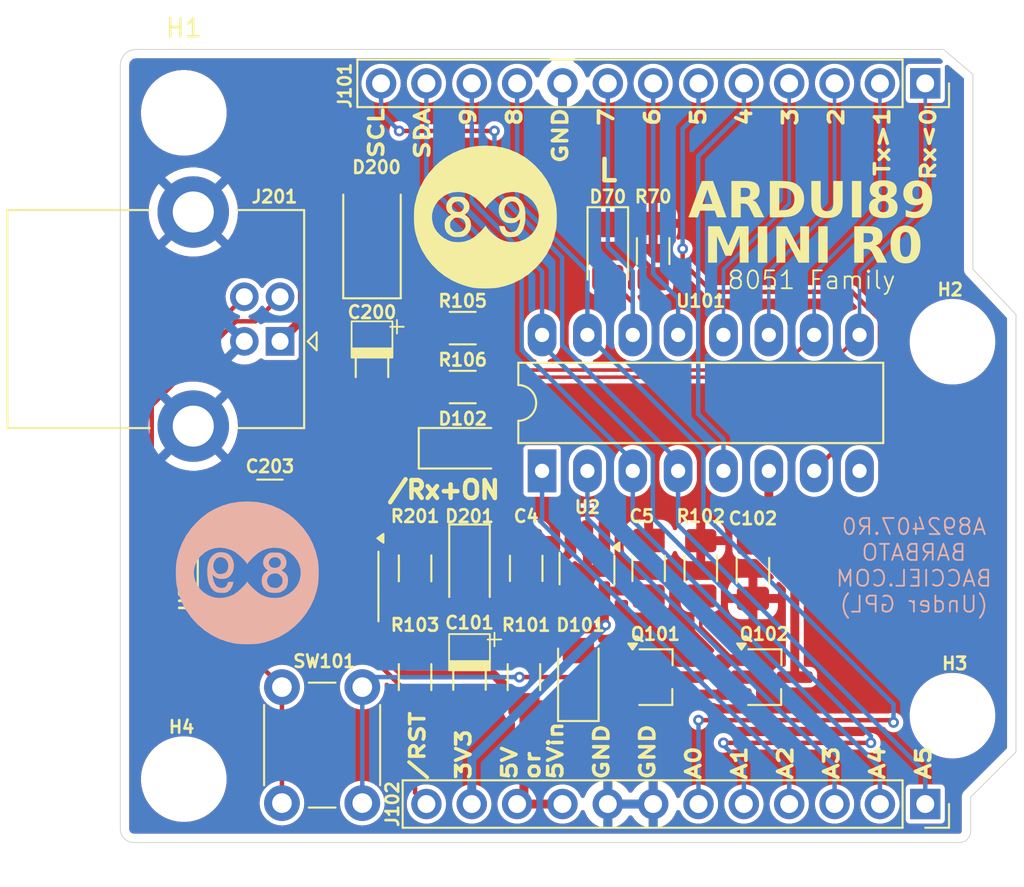
<source format=kicad_pcb>
(kicad_pcb (version 20240108) (generator "pcbnew") (generator_version "8.0")
  (title_block (title "Ardui89 MINI") (date "2024-07-30") (rev "0") (company "C. BARBATO") (comment 1 "A892407"))
  (layers (0 "F.Cu" signal) (31 "B.Cu" signal) (34 "B.Paste" user) (35 "F.Paste" user) (36 "B.SilkS" user "B.Silkscreen") (37 "F.SilkS" user "F.Silkscreen") (38 "B.Mask" user) (39 "F.Mask" user) (44 "Edge.Cuts" user))
  (net 0 "")
  (net 1 "VCC")
  (net 2 "GND")
  (net 4 "Net-(U201-V3)")
  (net 6 "/D7")
  (net 7 "/D1")
  (net 8 "/D0")
  (net 9 "/D5")
  (net 10 "/D6")
  (net 11 "/D2")
  (net 12 "/D3")
  (net 13 "/A2")
  (net 14 "/A3")
  (net 15 "/D+")
  (net 16 "/D-")
  (net 17 "/Tx")
  (net 18 "/Rx")
  (net 25 "/A0_D8")
  (net 26 "/3.3V")
  (net 28 "/A1_D9")
  (net 29 "/D4")
  (net 30 "/A4_SDA")
  (net 31 "/A5_SCL")
  (net 32 "Net-(D200-A)")
  (net 33 "Net-(D201-A)")
  (net 34 "Net-(D70-K)")
  (net 35 "/{slash}RST")
  (net 36 "Net-(D101-A)")
  (net 37 "Net-(D102-K)")
  (net 38 "/RTS")
  (net 39 "Net-(Q102-C)")
  (net 40 "Net-(Q101-C)")
  (footprint "Resistor_SMD:R_1206_3216Metric_Pad1.30x1.75mm_HandSolder" (layer "F.Cu") (at 155.966 106.553 90)
    (property "Reference" "R102" (at 2.921 0 180) (layer "F.SilkS") (effects (font (size 0.7 0.7))))
    (property "Value" "4k7")
    (pad "1" smd roundrect (at -1.55 0 90) (size 1.3 1.75) (layers "F.Cu" "F.Paste" "F.Mask") (roundrect_rratio 0.192308) (net 40 "Net-(Q101-C)"))
    (pad "2" smd roundrect (at 1.55 0 90) (size 1.3 1.75) (layers "F.Cu" "F.Paste" "F.Mask") (roundrect_rratio 0.192308) (net 2 "GND"))
  )
  (footprint "Package_TO_SOT_SMD:TSOT-23-5_HandSoldering" (layer "F.Cu") (at 149.616 106.5695 -90)
    (property "Reference" "U2" (at -3.4455 0 180) (layer "F.SilkS") (effects (font (size 0.7 0.7))))
    (property "Value" "LP2985-33DBVR")
    (pad "1" smd roundrect (at -1.71 -0.95 270) (size 2 0.65) (layers "F.Cu" "F.Paste" "F.Mask") (net 1 "VCC"))
    (pad "2" smd roundrect (at -1.71 0 270) (size 2 0.65) (layers "F.Cu" "F.Paste" "F.Mask") (net 2 "GND"))
    (pad "3" smd roundrect (at -1.71 0.95 270) (size 2 0.65) (layers "F.Cu" "F.Paste" "F.Mask") (net 1 "VCC"))
    (pad "4" smd roundrect (at 1.71 0.95 270) (size 2 0.65) (layers "F.Cu" "F.Paste" "F.Mask"))
    (pad "5" smd roundrect (at 1.71 -0.95 270) (size 2 0.65) (layers "F.Cu" "F.Paste" "F.Mask") (net 26 "/3.3V"))
  )
  (footprint "Resistor_SMD:R_1206_3216Metric_Pad1.30x1.75mm_HandSolder" (layer "F.Cu") (at 142.631 96.393 180)
    (property "Reference" "R106" (at 0 1.524 180) (layer "F.SilkS") (effects (font (size 0.7 0.7))))
    (property "Value" "330")
    (pad "1" smd roundrect (at -1.55 0 180) (size 1.3 1.75) (layers "F.Cu" "F.Paste" "F.Mask") (roundrect_rratio 0.192308) (net 37 "Net-(D102-K)"))
    (pad "2" smd roundrect (at 1.55 0 180) (size 1.3 1.75) (layers "F.Cu" "F.Paste" "F.Mask") (roundrect_rratio 0.192308) (net 18 "/Rx"))
  )
  (footprint "Connector_PinSocket_2.54mm:PinSocket_1x13_P2.54mm_Vertical" (layer "F.Cu") (at 168.539 79.375 -90)
    (property "Reference" "J101" (at 0.127 32.512 -90) (layer "F.SilkS") (effects (font (size 0.7 0.7))))
    (property "Value" "Conn_01x13")
    (pad "1" thru_hole rect (at 0 0 270) (size 1.7 1.7) (drill 1) (layers "*.Cu" "*.Mask") (net 8 "/D0"))
    (pad "2" thru_hole oval (at 0 2.54 270) (size 1.7 1.7) (drill 1) (layers "*.Cu" "*.Mask") (net 7 "/D1"))
    (pad "3" thru_hole oval (at 0 5.08 270) (size 1.7 1.7) (drill 1) (layers "*.Cu" "*.Mask") (net 11 "/D2"))
    (pad "4" thru_hole oval (at 0 7.62 270) (size 1.7 1.7) (drill 1) (layers "*.Cu" "*.Mask") (net 12 "/D3"))
    (pad "5" thru_hole oval (at 0 10.16 270) (size 1.7 1.7) (drill 1) (layers "*.Cu" "*.Mask") (net 29 "/D4"))
    (pad "6" thru_hole oval (at 0 12.7 270) (size 1.7 1.7) (drill 1) (layers "*.Cu" "*.Mask") (net 9 "/D5"))
    (pad "7" thru_hole oval (at 0 15.24 270) (size 1.7 1.7) (drill 1) (layers "*.Cu" "*.Mask") (net 10 "/D6"))
    (pad "8" thru_hole oval (at 0 17.78 270) (size 1.7 1.7) (drill 1) (layers "*.Cu" "*.Mask") (net 6 "/D7"))
    (pad "9" thru_hole oval (at 0 20.32 270) (size 1.7 1.7) (drill 1) (layers "*.Cu" "*.Mask") (net 2 "GND"))
    (pad "10" thru_hole oval (at 0 22.86 270) (size 1.7 1.7) (drill 1) (layers "*.Cu" "*.Mask") (net 25 "/A0_D8"))
    (pad "11" thru_hole oval (at 0 25.4 270) (size 1.7 1.7) (drill 1) (layers "*.Cu" "*.Mask") (net 28 "/A1_D9"))
    (pad "12" thru_hole oval (at 0 27.94 270) (size 1.7 1.7) (drill 1) (layers "*.Cu" "*.Mask") (net 30 "/A4_SDA"))
    (pad "13" thru_hole oval (at 0 30.48 270) (size 1.7 1.7) (drill 1) (layers "*.Cu" "*.Mask") (net 31 "/A5_SCL"))
  )
  (footprint "MountingHole:MountingHole_4.3mm_M4_DIN965" (layer "F.Cu") (at 170.063 93.853)
    (property "Reference" "H2" (at -0.127 -2.921 0) (layer "F.SilkS") (effects (font (size 0.7 0.7))))
    (property "Value" "MountingHole")
    (pad "" np_thru_hole circle (at 0 0) (size 4.3 4.3) (drill 4.3) (layers "*.Cu" "*.Mask"))
  )
  (footprint "MountingHole:MountingHole_4.3mm_M4_DIN965" (layer "F.Cu") (at 127.01 81.026)
    (property "Reference" "H1" (at 0 -4.75 0) (layer "F.SilkS"))
    (property "Value" "MountingHole")
    (pad "" np_thru_hole circle (at 0 0) (size 4.3 4.3) (drill 4.3) (layers "*.Cu" "*.Mask"))
  )
  (footprint "MountingHole:MountingHole_4.3mm_M4_DIN965" (layer "F.Cu") (at 170.063 114.808)
    (property "Reference" "H3" (at 0.127 -2.921 0) (layer "F.SilkS") (effects (font (size 0.7 0.7))))
    (property "Value" "MountingHole")
    (pad "" np_thru_hole circle (at 0 0) (size 4.3 4.3) (drill 4.3) (layers "*.Cu" "*.Mask"))
  )
  (footprint "Package_SO:SOIC-16_3.9x9.9mm_P1.27mm" (layer "F.Cu") (at 132.852 107.569 -90)
    (property "Reference" "U201" (at 0 5.715 90) (layer "F.SilkS") (effects (font (size 0.7 0.7))))
    (property "Value" "CH340C")
    (pad "1" smd roundrect (at -2.475 -4.445 270) (size 1.95 0.6) (layers "F.Cu" "F.Paste" "F.Mask") (net 2 "GND"))
    (pad "2" smd roundrect (at -2.475 -3.175 270) (size 1.95 0.6) (layers "F.Cu" "F.Paste" "F.Mask") (net 18 "/Rx"))
    (pad "3" smd roundrect (at -2.475 -1.905 270) (size 1.95 0.6) (layers "F.Cu" "F.Paste" "F.Mask") (net 17 "/Tx"))
    (pad "4" smd roundrect (at -2.475 -0.635 270) (size 1.95 0.6) (layers "F.Cu" "F.Paste" "F.Mask") (net 4 "Net-(U201-V3)"))
    (pad "5" smd roundrect (at -2.475 0.635 270) (size 1.95 0.6) (layers "F.Cu" "F.Paste" "F.Mask") (net 15 "/D+"))
    (pad "6" smd roundrect (at -2.475 1.905 270) (size 1.95 0.6) (layers "F.Cu" "F.Paste" "F.Mask") (net 16 "/D-"))
    (pad "7" smd roundrect (at -2.475 3.175 270) (size 1.95 0.6) (layers "F.Cu" "F.Paste" "F.Mask"))
    (pad "8" smd roundrect (at -2.475 4.445 270) (size 1.95 0.6) (layers "F.Cu" "F.Paste" "F.Mask"))
    (pad "9" smd roundrect (at 2.475 4.445 270) (size 1.95 0.6) (layers "F.Cu" "F.Paste" "F.Mask"))
    (pad "10" smd roundrect (at 2.475 3.175 270) (size 1.95 0.6) (layers "F.Cu" "F.Paste" "F.Mask"))
    (pad "11" smd roundrect (at 2.475 1.905 270) (size 1.95 0.6) (layers "F.Cu" "F.Paste" "F.Mask"))
    (pad "12" smd roundrect (at 2.475 0.635 270) (size 1.95 0.6) (layers "F.Cu" "F.Paste" "F.Mask"))
    (pad "13" smd roundrect (at 2.475 -0.635 270) (size 1.95 0.6) (layers "F.Cu" "F.Paste" "F.Mask") (net 38 "/RTS"))
    (pad "14" smd roundrect (at 2.475 -1.905 270) (size 1.95 0.6) (layers "F.Cu" "F.Paste" "F.Mask"))
    (pad "15" smd roundrect (at 2.475 -3.175 270) (size 1.95 0.6) (layers "F.Cu" "F.Paste" "F.Mask"))
    (pad "16" smd roundrect (at 2.475 -4.445 270) (size 1.95 0.6) (layers "F.Cu" "F.Paste" "F.Mask") (net 1 "VCC"))
  )
  (footprint "Package_TO_SOT_SMD:TSOT-23_HandSoldering" (layer "F.Cu") (at 159.522 112.649)
    (property "Reference" "Q102" (at 0 -2.413 0) (layer "F.SilkS") (effects (font (size 0.7 0.7))))
    (property "Value" "MMBT2907")
    (pad "1" smd roundrect (at -1.71 -0.95) (size 2 0.65) (layers "F.Cu" "F.Paste" "F.Mask") (net 40 "Net-(Q101-C)"))
    (pad "2" smd roundrect (at -1.71 0.95) (size 2 0.65) (layers "F.Cu" "F.Paste" "F.Mask") (net 1 "VCC"))
    (pad "3" smd roundrect (at 1.71 0) (size 2 0.65) (layers "F.Cu" "F.Paste" "F.Mask") (net 39 "Net-(Q102-C)"))
  )
  (footprint "Capacitor_SMD:C_1206_3216Metric_Pad1.33x1.80mm_HandSolder" (layer "F.Cu") (at 153.045 106.553 90)
    (property "Reference" "C5" (at 2.921 -0.381 180) (layer "F.SilkS") (effects (font (size 0.7 0.7))))
    (property "Value" "100n")
    (pad "1" smd roundrect (at -1.5625 0 90) (size 1.325 1.8) (layers "F.Cu" "F.Paste" "F.Mask") (roundrect_rratio 0.188679) (net 26 "/3.3V"))
    (pad "2" smd roundrect (at 1.5625 0 90) (size 1.325 1.8) (layers "F.Cu" "F.Paste" "F.Mask") (roundrect_rratio 0.188679) (net 2 "GND"))
  )
  (footprint "Resistor_SMD:R_1206_3216Metric_Pad1.30x1.75mm_HandSolder" (layer "F.Cu") (at 139.964 112.649 -90)
    (property "Reference" "R103" (at -2.921 0 0) (layer "F.SilkS") (effects (font (size 0.7 0.7))))
    (property "Value" "1k")
    (pad "1" smd roundrect (at -1.55 0 270) (size 1.3 1.75) (layers "F.Cu" "F.Paste" "F.Mask") (roundrect_rratio 0.192308) (net 36 "Net-(D101-A)"))
    (pad "2" smd roundrect (at 1.55 0 270) (size 1.3 1.75) (layers "F.Cu" "F.Paste" "F.Mask") (roundrect_rratio 0.192308) (net 35 "/{slash}RST"))
  )
  (footprint "Diode_SMD:D_MELF" (layer "F.Cu") (at 137.551 88.011 90)
    (property "Reference" "D200" (at 3.937 0.254 0) (layer "F.SilkS") (effects (font (size 0.7 0.7))))
    (property "Value" "SM34")
    (pad "1" smd roundrect (at -2.4 0 90) (size 1.5 2.7) (layers "F.Cu" "F.Paste" "F.Mask") (roundrect_rratio 0.1666666667) (net 1 "VCC"))
    (pad "2" smd roundrect (at 2.4 0 90) (size 1.5 2.7) (layers "F.Cu" "F.Paste" "F.Mask") (roundrect_rratio 0.1666666667) (net 32 "Net-(D200-A)"))
  )
  (footprint "Connector_PinSocket_2.54mm:PinSocket_1x12_P2.54mm_Vertical" (layer "F.Cu") (at 168.539 119.761 -90)
    (property "Reference" "J102" (at 0 29.845 -90) (layer "F.SilkS") (effects (font (size 0.7 0.7))))
    (property "Value" "Conn_01x12")
    (pad "1" thru_hole rect (at 0 0 270) (size 1.7 1.7) (drill 1) (layers "*.Cu" "*.Mask") (net 31 "/A5_SCL"))
    (pad "2" thru_hole oval (at 0 2.54 270) (size 1.7 1.7) (drill 1) (layers "*.Cu" "*.Mask") (net 30 "/A4_SDA"))
    (pad "3" thru_hole oval (at 0 5.08 270) (size 1.7 1.7) (drill 1) (layers "*.Cu" "*.Mask") (net 14 "/A3"))
    (pad "4" thru_hole oval (at 0 7.62 270) (size 1.7 1.7) (drill 1) (layers "*.Cu" "*.Mask") (net 13 "/A2"))
    (pad "5" thru_hole oval (at 0 10.16 270) (size 1.7 1.7) (drill 1) (layers "*.Cu" "*.Mask") (net 28 "/A1_D9"))
    (pad "6" thru_hole oval (at 0 12.7 270) (size 1.7 1.7) (drill 1) (layers "*.Cu" "*.Mask") (net 25 "/A0_D8"))
    (pad "7" thru_hole oval (at 0 15.24 270) (size 1.7 1.7) (drill 1) (layers "*.Cu" "*.Mask") (net 2 "GND"))
    (pad "8" thru_hole oval (at 0 17.78 270) (size 1.7 1.7) (drill 1) (layers "*.Cu" "*.Mask") (net 2 "GND"))
    (pad "9" thru_hole oval (at 0 20.32 270) (size 1.7 1.7) (drill 1) (layers "*.Cu" "*.Mask") (net 1 "VCC"))
    (pad "10" thru_hole oval (at 0 22.86 270) (size 1.7 1.7) (drill 1) (layers "*.Cu" "*.Mask") (net 1 "VCC"))
    (pad "11" thru_hole oval (at 0 25.4 270) (size 1.7 1.7) (drill 1) (layers "*.Cu" "*.Mask") (net 26 "/3.3V"))
    (pad "12" thru_hole oval (at 0 27.94 270) (size 1.7 1.7) (drill 1) (layers "*.Cu" "*.Mask") (net 35 "/{slash}RST"))
  )
  (footprint "Diode_SMD:D_1206_3216Metric_Pad1.42x1.75mm_HandSolder" (layer "F.Cu") (at 142.631 99.822)
    (property "Reference" "D102" (at 0 -1.651 0) (layer "F.SilkS") (effects (font (size 0.7 0.7))))
    (property "Value" "1N5819W")
    (pad "1" smd roundrect (at -1.4875 0) (size 1.425 1.75) (layers "F.Cu" "F.Paste" "F.Mask") (roundrect_rratio 0.175439) (net 37 "Net-(D102-K)"))
    (pad "2" smd roundrect (at 1.4875 0) (size 1.425 1.75) (layers "F.Cu" "F.Paste" "F.Mask") (roundrect_rratio 0.175439) (net 8 "/D0"))
  )
  (footprint "Diode_SMD:D_1206_3216Metric_Pad1.42x1.75mm_HandSolder" (layer "F.Cu") (at 143.012 106.553 -90)
    (property "Reference" "D201" (at -2.921 0 180) (layer "F.SilkS") (effects (font (size 0.7 0.7))))
    (property "Value" "/Rx LED + OK")
    (pad "1" smd roundrect (at -1.4875 0 270) (size 1.425 1.75) (layers "F.Cu" "F.Paste" "F.Mask") (roundrect_rratio 0.175439) (net 2 "GND"))
    (pad "2" smd roundrect (at 1.4875 0 270) (size 1.425 1.75) (layers "F.Cu" "F.Paste" "F.Mask") (roundrect_rratio 0.175439) (net 33 "Net-(D201-A)"))
  )
  (footprint "Resistor_SMD:R_1206_3216Metric_Pad1.30x1.75mm_HandSolder" (layer "F.Cu") (at 142.631 93.091 180)
    (property "Reference" "R105" (at 0 1.524 180) (layer "F.SilkS") (effects (font (size 0.7 0.7))))
    (property "Value" "330")
    (pad "1" smd roundrect (at -1.55 0 180) (size 1.3 1.75) (layers "F.Cu" "F.Paste" "F.Mask") (roundrect_rratio 0.192308) (net 7 "/D1"))
    (pad "2" smd roundrect (at 1.55 0 180) (size 1.3 1.75) (layers "F.Cu" "F.Paste" "F.Mask") (roundrect_rratio 0.192308) (net 17 "/Tx"))
  )
  (footprint "Diode_SMD:D_1206_3216Metric_Pad1.42x1.75mm_HandSolder" (layer "F.Cu") (at 150.759 88.773 -90)
    (property "Reference" "D70" (at -3.048 0 180) (layer "F.SilkS") (effects (font (size 0.7 0.7))))
    (property "Value" "LED BUILTIN")
    (pad "1" smd roundrect (at -1.4875 0 270) (size 1.425 1.75) (layers "F.Cu" "F.Paste" "F.Mask") (roundrect_rratio 0.175439) (net 34 "Net-(D70-K)"))
    (pad "2" smd roundrect (at 1.4875 0 270) (size 1.425 1.75) (layers "F.Cu" "F.Paste" "F.Mask") (roundrect_rratio 0.175439) (net 6 "/D7"))
  )
  (footprint "Capacitor_SMD:C_1206_3216Metric_Pad1.33x1.80mm_HandSolder" (layer "F.Cu") (at 158.887 106.68 -90)
    (property "Reference" "C102" (at -2.921 0 0) (layer "F.SilkS") (effects (font (size 0.7 0.7))))
    (property "Value" "100n")
    (pad "1" smd roundrect (at -1.5625 0 270) (size 1.325 1.8) (layers "F.Cu" "F.Paste" "F.Mask") (roundrect_rratio 0.188679) (net 39 "Net-(Q102-C)"))
    (pad "2" smd roundrect (at 1.5625 0 270) (size 1.325 1.8) (layers "F.Cu" "F.Paste" "F.Mask") (roundrect_rratio 0.188679) (net 2 "GND"))
  )
  (footprint "Capacitor_SMD:C_1206_3216Metric_Pad1.33x1.80mm_HandSolder" (layer "F.Cu") (at 131.836 102.489 180)
    (property "Reference" "C203" (at 0 1.651 180) (layer "F.SilkS") (effects (font (size 0.7 0.7))))
    (property "Value" "100n")
    (pad "1" smd roundrect (at -1.5625 0 180) (size 1.325 1.8) (layers "F.Cu" "F.Paste" "F.Mask") (roundrect_rratio 0.188679) (net 4 "Net-(U201-V3)"))
    (pad "2" smd roundrect (at 1.5625 0 180) (size 1.325 1.8) (layers "F.Cu" "F.Paste" "F.Mask") (roundrect_rratio 0.188679) (net 2 "GND"))
  )
  (footprint "Resistor_SMD:R_1206_3216Metric_Pad1.30x1.75mm_HandSolder" (layer "F.Cu") (at 153.299 88.773 90)
    (property "Reference" "R70" (at 3.048 0 180) (layer "F.SilkS") (effects (font (size 0.7 0.7))))
    (property "Value" "1k")
    (pad "1" smd roundrect (at -1.55 0 90) (size 1.3 1.75) (layers "F.Cu" "F.Paste" "F.Mask") (roundrect_rratio 0.192308) (net 34 "Net-(D70-K)"))
    (pad "2" smd roundrect (at 1.55 0 90) (size 1.3 1.75) (layers "F.Cu" "F.Paste" "F.Mask") (roundrect_rratio 0.192308) (net 2 "GND"))
  )
  (footprint "PRJ:ardu89_logo_8mmx8mm" (layer "F.Cu") (at 143.901 86.868)
    (property "Reference" "G***" (hide yes))
    (property "Value" "LOGO" (hide yes))
  )
  (footprint "BACKCIEL:C_1206_POL_3216Metric_Pad1.33x1.80mm_HandSolder" (layer "F.Cu") (at 143.012 112.649 -90)
    (property "Reference" "C101" (at -3.048 0 180) (layer "F.SilkS") (effects (font (size 0.7 0.7))))
    (property "Value" "10µ")
    (fp_text user "+" (at -2.794 -0.889 -90) (layer "F.SilkS") (effects (font (thickness 0.1)) (justify left bottom)))
    (pad "1" smd roundrect (at -1.5625 0 270) (size 1.325 1.8) (layers "F.Cu" "F.Paste" "F.Mask") (roundrect_rratio 0.188679) (net 36 "Net-(D101-A)"))
    (pad "2" smd roundrect (at 1.5625 0 270) (size 1.325 1.8) (layers "F.Cu" "F.Paste" "F.Mask") (roundrect_rratio 0.188679) (net 38 "/RTS"))
  )
  (footprint "Button_Switch_THT:SW_PUSH_6mm" (layer "F.Cu") (at 137.007 113.209 -90)
    (property "Reference" "SW101" (at -1.449 2.123 180) (layer "F.SilkS") (effects (font (size 0.7 0.7))))
    (property "Value" "SW_Push")
    (pad "1" thru_hole circle (at 0 0) (size 2 2) (drill 1.1) (layers "*.Cu" "*.Mask") (net 40 "Net-(Q101-C)"))
    (pad "1" thru_hole circle (at 6.5 0) (size 2 2) (drill 1.1) (layers "*.Cu" "*.Mask") (net 40 "Net-(Q101-C)"))
    (pad "2" thru_hole circle (at 0 4.5) (size 2 2) (drill 1.1) (layers "*.Cu" "*.Mask") (net 1 "VCC"))
    (pad "2" thru_hole circle (at 6.5 4.5) (size 2 2) (drill 1.1) (layers "*.Cu" "*.Mask") (net 1 "VCC"))
  )
  (footprint "Diode_SMD:D_1206_3216Metric_Pad1.42x1.75mm_HandSolder" (layer "F.Cu") (at 149.108 112.649 90)
    (property "Reference" "D101" (at 2.921 0.127 0) (layer "F.SilkS") (effects (font (size 0.7 0.7))))
    (property "Value" "1N5819W")
    (pad "1" smd roundrect (at -1.4875 0 90) (size 1.425 1.75) (layers "F.Cu" "F.Paste" "F.Mask") (roundrect_rratio 0.175439) (net 1 "VCC"))
    (pad "2" smd roundrect (at 1.4875 0 90) (size 1.425 1.75) (layers "F.Cu" "F.Paste" "F.Mask") (roundrect_rratio 0.175439) (net 36 "Net-(D101-A)"))
  )
  (footprint "BACKCIEL:C_1206_POL_3216Metric_Pad1.33x1.80mm_HandSolder" (layer "F.Cu") (at 137.551 95.123 -90)
    (property "Reference" "C200" (at -2.921 0 180) (layer "F.SilkS") (effects (font (size 0.7 0.7))))
    (property "Value" "10µ")
    (fp_text user "+" (at -2.794 -0.889 -90) (layer "F.SilkS") (effects (font (thickness 0.1)) (justify left bottom)))
    (pad "1" smd roundrect (at -1.5625 0 270) (size 1.325 1.8) (layers "F.Cu" "F.Paste" "F.Mask") (roundrect_rratio 0.188679) (net 1 "VCC"))
    (pad "2" smd roundrect (at 1.5625 0 270) (size 1.325 1.8) (layers "F.Cu" "F.Paste" "F.Mask") (roundrect_rratio 0.188679) (net 2 "GND"))
  )
  (footprint "Capacitor_SMD:C_1206_3216Metric_Pad1.33x1.80mm_HandSolder" (layer "F.Cu") (at 146.187 106.553 90)
    (property "Reference" "C4" (at 2.921 0 180) (layer "F.SilkS") (effects (font (size 0.7 0.7))))
    (property "Value" "100n")
    (pad "1" smd roundrect (at -1.5625 0 90) (size 1.325 1.8) (layers "F.Cu" "F.Paste" "F.Mask") (roundrect_rratio 0.188679) (net 1 "VCC"))
    (pad "2" smd roundrect (at 1.5625 0 90) (size 1.325 1.8) (layers "F.Cu" "F.Paste" "F.Mask") (roundrect_rratio 0.188679) (net 2 "GND"))
  )
  (footprint "Resistor_SMD:R_1206_3216Metric_Pad1.30x1.75mm_HandSolder" (layer "F.Cu") (at 139.964 106.553 -90)
    (property "Reference" "R201" (at -2.921 0 0) (layer "F.SilkS") (effects (font (size 0.7 0.7))))
    (property "Value" "1k")
    (pad "1" smd roundrect (at -1.55 0 270) (size 1.3 1.75) (layers "F.Cu" "F.Paste" "F.Mask") (roundrect_rratio 0.192308) (net 18 "/Rx"))
    (pad "2" smd roundrect (at 1.55 0 270) (size 1.3 1.75) (layers "F.Cu" "F.Paste" "F.Mask") (roundrect_rratio 0.192308) (net 33 "Net-(D201-A)"))
  )
  (footprint "Package_TO_SOT_SMD:TSOT-23_HandSoldering" (layer "F.Cu") (at 153.426 112.649)
    (property "Reference" "Q101" (at 0 -2.413 0) (layer "F.SilkS") (effects (font (size 0.7 0.7))))
    (property "Value" "MMBT2907")
    (pad "1" smd roundrect (at -1.71 -0.95) (size 2 0.65) (layers "F.Cu" "F.Paste" "F.Mask") (net 36 "Net-(D101-A)"))
    (pad "2" smd roundrect (at -1.71 0.95) (size 2 0.65) (layers "F.Cu" "F.Paste" "F.Mask") (net 1 "VCC"))
    (pad "3" smd roundrect (at 1.71 0) (size 2 0.65) (layers "F.Cu" "F.Paste" "F.Mask") (net 40 "Net-(Q101-C)"))
  )
  (footprint "MountingHole:MountingHole_4.3mm_M4_DIN965" (layer "F.Cu") (at 127.01 118.364)
    (property "Reference" "H4" (at -0.127 -2.921 0) (layer "F.SilkS") (effects (font (size 0.7 0.7))))
    (property "Value" "Mounting Hole 4.3mm")
    (pad "" np_thru_hole circle (at 0 0) (size 4.3 4.3) (drill 4.3) (layers "*.Cu" "*.Mask"))
  )
  (footprint "Resistor_SMD:R_1206_3216Metric_Pad1.30x1.75mm_HandSolder" (layer "F.Cu") (at 146.06 112.649 90)
    (property "Reference" "R101" (at 2.921 0.127 0) (layer "F.SilkS") (effects (font (size 0.7 0.7))))
    (property "Value" "1k")
    (pad "1" smd roundrect (at -1.55 0 90) (size 1.3 1.75) (layers "F.Cu" "F.Paste" "F.Mask") (roundrect_rratio 0.192308) (net 1 "VCC"))
    (pad "2" smd roundrect (at 1.55 0 90) (size 1.3 1.75) (layers "F.Cu" "F.Paste" "F.Mask") (roundrect_rratio 0.192308) (net 36 "Net-(D101-A)"))
  )
  (footprint "Connector_USB:USB_B_Lumberg_2411_02_Horizontal" (layer "F.Cu") (at 132.4005 93.833 180)
    (property "Reference" "J201" (at 0.3105 8.108 180) (layer "F.SilkS") (effects (font (size 0.7 0.7))))
    (property "Value" "USB_TYPE_B")
    (pad "1" thru_hole rect (at 0 0 270) (size 1.6 1.6) (drill 0.95) (layers "*.Cu" "*.Mask") (net 32 "Net-(D200-A)"))
    (pad "2" thru_hole circle (at 0 2.5 270) (size 1.6 1.6) (drill 0.95) (layers "*.Cu" "*.Mask") (net 16 "/D-"))
    (pad "3" thru_hole circle (at 2 2.5 270) (size 1.6 1.6) (drill 0.95) (layers "*.Cu" "*.Mask") (net 15 "/D+"))
    (pad "4" thru_hole circle (at 2 0 270) (size 1.6 1.6) (drill 0.95) (layers "*.Cu" "*.Mask") (net 2 "GND"))
    (pad "5" thru_hole circle (at 4.86 -4.75 270) (size 4 4) (drill 2.3) (layers "*.Cu" "*.Mask") (net 2 "GND"))
    (pad "5" thru_hole circle (at 4.86 7.25 270) (size 4 4) (drill 2.3) (layers "*.Cu" "*.Mask") (net 2 "GND"))
  )
  (footprint "Package_DIP:DIP-16_W7.62mm_LongPads" (layer "F.Cu") (at 147.076 101.092 90)
    (property "Reference" "U101" (at 9.525 8.89 0) (layer "F.SilkS") (effects (font (size 0.7 0.7))))
    (property "Value" "~")
    (pad "1" thru_hole rect (at 0 0 90) (size 2.4 1.6) (drill 0.8) (layers "*.Cu" "*.Mask") (net 13 "/A2"))
    (pad "2" thru_hole oval (at 0 2.54 90) (size 2.4 1.6) (drill 0.8) (layers "*.Cu" "*.Mask") (net 14 "/A3"))
    (pad "3" thru_hole oval (at 0 5.08 90) (size 2.4 1.6) (drill 0.8) (layers "*.Cu" "*.Mask") (net 30 "/A4_SDA"))
    (pad "4" thru_hole oval (at 0 7.62 90) (size 2.4 1.6) (drill 0.8) (layers "*.Cu" "*.Mask") (net 31 "/A5_SCL"))
    (pad "5" thru_hole oval (at 0 10.16 90) (size 2.4 1.6) (drill 0.8) (layers "*.Cu" "*.Mask") (net 29 "/D4"))
    (pad "6" thru_hole oval (at 0 12.7 90) (size 2.4 1.6) (drill 0.8) (layers "*.Cu" "*.Mask") (net 39 "Net-(Q102-C)"))
    (pad "7" thru_hole oval (at 0 15.24 90) (size 2.4 1.6) (drill 0.8) (layers "*.Cu" "*.Mask") (net 9 "/D5"))
    (pad "8" thru_hole oval (at 0 17.78 90) (size 2.4 1.6) (drill 0.8) (layers "*.Cu" "*.Mask"))
    (pad "9" thru_hole oval (at 7.62 17.78 90) (size 2.4 1.6) (drill 0.8) (layers "*.Cu" "*.Mask") (net 8 "/D0"))
    (pad "10" thru_hole oval (at 7.62 15.24 90) (size 2.4 1.6) (drill 0.8) (layers "*.Cu" "*.Mask") (net 7 "/D1"))
    (pad "11" thru_hole oval (at 7.62 12.7 90) (size 2.4 1.6) (drill 0.8) (layers "*.Cu" "*.Mask") (net 11 "/D2"))
    (pad "12" thru_hole oval (at 7.62 10.16 90) (size 2.4 1.6) (drill 0.8) (layers "*.Cu" "*.Mask") (net 12 "/D3"))
    (pad "13" thru_hole oval (at 7.62 7.62 90) (size 2.4 1.6) (drill 0.8) (layers "*.Cu" "*.Mask") (net 10 "/D6"))
    (pad "14" thru_hole oval (at 7.62 5.08 90) (size 2.4 1.6) (drill 0.8) (layers "*.Cu" "*.Mask") (net 6 "/D7"))
    (pad "15" thru_hole oval (at 7.62 2.54 90) (size 2.4 1.6) (drill 0.8) (layers "*.Cu" "*.Mask") (net 25 "/A0_D8"))
    (pad "16" thru_hole oval (at 7.62 0 90) (size 2.4 1.6) (drill 0.8) (layers "*.Cu" "*.Mask") (net 28 "/A1_D9"))
  )
  (footprint "PRJ:ardu89_logo_8mmx8mm" (layer "B.Cu") (at 130.566 106.807 180)
    (property "Reference" "G***" (hide yes))
    (property "Value" "LOGO" (hide yes))
  )
  (gr_line (start 171.079 119.38) (end 171.079 121.285) (stroke (width 0.05)) (layer "Edge.Cuts"))
  (gr_line (start 123.454 121.158) (end 123.454 78.359) (stroke (width 0.05)) (layer "Edge.Cuts"))
  (gr_arc (start 123.454 78.359) (mid 123.714382 77.730382) (end 124.343 77.47) (stroke (width 0.05)) (layer "Edge.Cuts"))
  (gr_line (start 169.555 77.47) (end 171.206 78.867) (stroke (width 0.05)) (layer "Edge.Cuts"))
  (gr_line (start 171.206 89.789278) (end 173.619 92.329278) (stroke (width 0.05)) (layer "Edge.Cuts"))
  (gr_line (start 173.619 116.84) (end 171.079 119.38) (stroke (width 0.05)) (layer "Edge.Cuts"))
  (gr_line (start 124.343 77.47) (end 169.555 77.47) (stroke (width 0.05)) (layer "Edge.Cuts"))
  (gr_line (start 171.206 78.867) (end 171.206 89.789278) (stroke (width 0.05)) (layer "Edge.Cuts"))
  (gr_line (start 170.444 121.92) (end 124.216 121.92) (stroke (width 0.05)) (layer "Edge.Cuts"))
  (gr_line (start 173.619 92.329278) (end 173.619 116.840278) (stroke (width 0.05)) (layer "Edge.Cuts"))
  (gr_arc (start 171.079 121.285) (mid 170.893013 121.734013) (end 170.444 121.92) (stroke (width 0.05)) (layer "Edge.Cuts"))
  (gr_arc (start 124.216 121.92) (mid 123.677185 121.696815) (end 123.454 121.158) (stroke (width 0.05)) (layer "Edge.Cuts"))
  (gr_text "A892407.R0\nBARBATO\nBACCIEL.COM\n(Under GPL)" (at 167.904 109.093 0) (layer "B.SilkS") (effects (font (size 0.9 0.9) (thickness 0.1)) (justify bottom mirror)))
  (gr_text "/RST\n\n3V3\n\n5V\nor\n5Vin\n\nGND\n\nGND\n\nA0\n\nA1\n\nA2\n\nA3\n\nA4\n\nA5\n\n" (at 170.19 118.491 90) (layer "F.SilkS") (effects (font (size 0.8 1) (thickness 0.2) (bold yes)) (justify left bottom)))
  (gr_text "8051 Family" (at 157.3884 90.9828 0) (layer "F.SilkS") (effects (font (size 1 1) (thickness 0.1)) (justify left bottom)))
  (gr_text "ARDUI89" (at 155.2548 87.2236 0) (layer "F.SilkS") (effects (font (size 2 2) (thickness 0.3) (bold yes)) (justify left bottom)))
  (gr_text "/Rx+ON" (at 138.313 102.743 0) (layer "F.SilkS") (effects (font (size 1 1) (thickness 0.25) (bold yes)) (justify left bottom)))
  (gr_text "SCL\n\nSDA\n\n9\n\n8\n\nGND\n\n7\n\n6\n\n5\n\n4\n\n3\n\n2\n\nTx>1\n\nRx<0" (at 169.174 80.645 90) (layer "F.SilkS") (effects (font (size 0.8 1) (thickness 0.2) (bold yes)) (justify right bottom)))
  (gr_text "MINI R0" (at 156.1184 89.7636 0) (layer "F.SilkS") (effects (font (size 2 2) (thickness 0.3) (bold yes)) (justify left bottom)))
  (gr_text "L\n" (at 150.124 84.963 0) (layer "F.SilkS") (effects (font (size 1.2 1.2) (thickness 0.25) (bold yes)) (justify left bottom)))
  (segment (start 141.324878 98.171) (end 142.631 96.864878) (width 0.5) (layer "F.Cu") (net 1))
  (segment (start 144.337 102.29) (end 143.210439 101.163439) (width 0.5) (layer "F.Cu") (net 1))
  (segment (start 150.566 104.709501) (end 150.566 105.3145) (width 0.5) (layer "F.Cu") (net 1))
  (segment (start 132.507 119.709) (end 132.507 113.209) (width 0.25) (layer "F.Cu") (net 1))
  (segment (start 140.713 90.411) (end 137.551 90.411) (width 0.5) (layer "F.Cu") (net 1))
  (segment (start 148.666 104.8595) (end 148.666 103.938792) (width 0.5) (layer "F.Cu") (net 1))
  (segment (start 146.187 108.1155) (end 144.3755 108.1155) (width 0.5) (layer "F.Cu") (net 1))
  (segment (start 128.407 108.393092) (end 128.407 108.331) (width 0.25) (layer "F.Cu") (net 1))
  (segment (start 145.679 119.761) (end 148.219 119.761) (width 0.5) (layer "F.Cu") (net 1))
  (segment (start 149.6455 113.599) (end 149.108 114.1365) (width 0.5) (layer "F.Cu") (net 1))
  (segment (start 128.407 108.331) (end 136.558999 108.331) (width 0.25) (layer "F.Cu") (net 1))
  (segment (start 146.06 114.199) (end 146.06 119.38) (width 0.5) (layer "F.Cu") (net 1))
  (segment (start 150.115999 103.4095) (end 150.566 103.859501) (width 0.5) (layer "F.Cu") (net 1))
  (segment (start 143.393 109.855) (end 137.486 109.855) (width 0.5) (layer "F.Cu") (net 1))
  (segment (start 144.3755 108.1155) (end 144.337 108.077) (width 0.5) (layer "F.Cu") (net 1))
  (segment (start 139.981 98.662) (end 140.472 98.171) (width 0.5) (layer "F.Cu") (net 1))
  (segment (start 146.187 108.1155) (end 146.187 107.7935) (width 0.5) (layer "F.Cu") (net 1))
  (segment (start 132.507 113.209) (end 131.058 111.76) (width 0.25) (layer "F.Cu") (net 1))
  (segment (start 137.486 109.855) (end 137.297 110.044) (width 0.5) (layer "F.Cu") (net 1))
  (segment (start 140.400561 101.163439) (end 139.981 100.743878) (width 0.5) (layer "F.Cu") (net 1))
  (segment (start 131.058 111.76) (end 128.153 111.76) (width 0.25) (layer "F.Cu") (net 1))
  (segment (start 144.337 108.077) (end 144.337 102.29) (width 0.5) (layer "F.Cu") (net 1))
  (segment (start 137.297 110.044) (end 137.297 110.478878) (width 0.5) (layer "F.Cu") (net 1))
  (segment (start 127.645 111.252) (end 127.645 109.155092) (width 0.25) (layer "F.Cu") (net 1))
  (segment (start 151.716 113.599) (end 157.812 113.599) (width 0.5) (layer "F.Cu") (net 1))
  (segment (start 139.340122 112.522) (end 144.383 112.522) (width 0.5) (layer "F.Cu") (net 1))
  (segment (start 146.06 114.199) (end 149.0455 114.199) (width 0.5) (layer "F.Cu") (net 1))
  (segment (start 139.981 100.743878) (end 139.981 98.662) (width 0.5) (layer "F.Cu") (net 1))
  (segment (start 148.666 103.938792) (end 149.195292 103.4095) (width 0.5) (layer "F.Cu") (net 1))
  (segment (start 148.666 105.3145) (end 148.666 105.6365) (width 0.5) (layer "F.Cu") (net 1))
  (segment (start 128.153 111.76) (end 127.645 111.252) (width 0.25) (layer "F.Cu") (net 1))
  (segment (start 142.631 96.864878) (end 142.631 92.329) (width 0.5) (layer "F.Cu") (net 1))
  (segment (start 143.210439 101.163439) (end 140.400561 101.163439) (width 0.5) (layer "F.Cu") (net 1))
  (segment (start 148.666 105.6365) (end 146.187 108.1155) (width 0.5) (layer "F.Cu") (net 1))
  (segment (start 149.195292 103.4095) (end 150.115999 103.4095) (width 0.5) (layer "F.Cu") (net 1))
  (segment (start 149.0455 114.199) (end 149.108 114.1365) (width 0.5) (layer "F.Cu") (net 1))
  (segment (start 142.631 92.329) (end 140.713 90.411) (width 0.5) (layer "F.Cu") (net 1))
  (segment (start 140.472 98.171) (end 141.324878 98.171) (width 0.5) (layer "F.Cu") (net 1))
  (segment (start 152.1075 113.599) (end 149.6455 113.599) (width 0.5) (layer "F.Cu") (net 1))
  (segment (start 144.337 108.911) (end 143.393 109.855) (width 0.5) (layer "F.Cu") (net 1))
  (segment (start 148.666 105.3145) (end 148.666 104.709501) (width 0.5) (layer "F.Cu") (net 1))
  (segment (start 136.558999 108.331) (end 137.297 109.069001) (width 0.25) (layer "F.Cu") (net 1))
  (segment (start 137.551 90.411) (end 137.551 93.5605) (width 0.5) (layer "F.Cu") (net 1))
  (segment (start 137.297 110.478878) (end 139.340122 112.522) (width 0.5) (layer "F.Cu") (net 1))
  (segment (start 137.297 109.069001) (end 137.297 110.044) (width 0.25) (layer "F.Cu") (net 1))
  (segment (start 144.383 112.522) (end 146.06 114.199) (width 0.5) (layer "F.Cu") (net 1))
  (segment (start 150.566 103.859501) (end 150.566 104.8595) (width 0.5) (layer "F.Cu") (net 1))
  (segment (start 144.337 108.077) (end 144.337 108.911) (width 0.5) (layer "F.Cu") (net 1))
  (segment (start 127.645 109.155092) (end 128.407 108.393092) (width 0.25) (layer "F.Cu") (net 1))
  (segment (start 146.06 119.38) (end 145.679 119.761) (width 0.5) (layer "F.Cu") (net 1))
  (segment (start 133.3985 105.0055) (end 133.487 105.094) (width 0.25) (layer "F.Cu") (net 4))
  (segment (start 133.3985 102.489) (end 133.3985 105.0055) (width 0.25) (layer "F.Cu") (net 4))
  (segment (start 152.156 91.6575) (end 150.759 90.2605) (width 0.25) (layer "F.Cu") (net 6))
  (segment (start 152.156 93.472) (end 152.156 91.6575) (width 0.25) (layer "F.Cu") (net 6))
  (segment (start 150.759 79.375) (end 150.759 88.519) (width 0.25) (layer "B.Cu") (net 6))
  (segment (start 150.759 88.519) (end 152.156 89.916) (width 0.25) (layer "B.Cu") (net 6))
  (segment (start 152.156 89.916) (end 152.156 93.472) (width 0.25) (layer "B.Cu") (net 6))
  (segment (start 144.295 93.739) (end 145.9965 95.4405) (width 0.2) (layer "F.Cu") (net 7))
  (segment (start 160.3475 95.4405) (end 162.316 93.472) (width 0.2) (layer "F.Cu") (net 7))
  (segment (start 144.181 93.091) (end 144.295 93.205) (width 0.2) (layer "F.Cu") (net 7))
  (segment (start 145.9965 95.4405) (end 160.3475 95.4405) (width 0.2) (layer "F.Cu") (net 7))
  (segment (start 144.295 93.205) (end 144.295 93.739) (width 0.2) (layer "F.Cu") (net 7))
  (segment (start 162.316 93.472) (end 162.316 90.043) (width 0.2) (layer "B.Cu") (net 7))
  (segment (start 165.999 86.36) (end 165.999 79.375) (width 0.2) (layer "B.Cu") (net 7))
  (segment (start 162.316 90.043) (end 165.999 86.36) (width 0.2) (layer "B.Cu") (net 7))
  (segment (start 145.425 98.5155) (end 145.425 96.647) (width 0.2) (layer "F.Cu") (net 8))
  (segment (start 146.2315 95.8405) (end 162.4875 95.8405) (width 0.2) (layer "F.Cu") (net 8))
  (segment (start 145.425 96.647) (end 146.2315 95.8405) (width 0.2) (layer "F.Cu") (net 8))
  (segment (start 162.4875 95.8405) (end 164.856 93.472) (width 0.2) (layer "F.Cu") (net 8))
  (segment (start 144.1185 99.822) (end 145.425 98.5155) (width 0.2) (layer "F.Cu") (net 8))
  (segment (start 164.856 93.472) (end 164.856 89.916) (width 0.2) (layer "B.Cu") (net 8))
  (segment (start 164.856 89.916) (end 168.539 86.233) (width 0.2) (layer "B.Cu") (net 8))
  (segment (start 168.539 86.233) (end 168.539 79.375) (width 0.2) (layer "B.Cu") (net 8))
  (segment (start 165.999 92.62401) (end 165.999 97.409) (width 0.25) (layer "F.Cu") (net 9))
  (segment (start 165.999 97.409) (end 162.316 101.092) (width 0.25) (layer "F.Cu") (net 9))
  (segment (start 156.601 91.059) (end 164.43399 91.059) (width 0.25) (layer "F.Cu") (net 9))
  (segment (start 154.95 88.646) (end 154.95 89.408) (width 0.25) (layer "F.Cu") (net 9))
  (segment (start 164.43399 91.059) (end 165.999 92.62401) (width 0.25) (layer "F.Cu") (net 9))
  (segment (start 154.95 89.408) (end 156.601 91.059) (width 0.25) (layer "F.Cu") (net 9))
  (via (at 154.95 88.646) (size 0.6) (drill 0.3) (layers "F.Cu" "B.Cu") (net 9))
  (segment (start 154.95 88.646) (end 154.823 88.646) (width 0.25) (layer "B.Cu") (net 9))
  (segment (start 154.95 81.915) (end 155.839 81.026) (width 0.25) (layer "B.Cu") (net 9))
  (segment (start 155.839 81.026) (end 155.839 79.375) (width 0.25) (layer "B.Cu") (net 9))
  (segment (start 154.95 88.646) (end 154.95 81.915) (width 0.25) (layer "B.Cu") (net 9))
  (segment (start 154.696 91.44) (end 154.696 93.472) (width 0.25) (layer "B.Cu") (net 10))
  (segment (start 153.299 79.375) (end 153.299 90.043) (width 0.25) (layer "B.Cu") (net 10))
  (segment (start 153.299 90.043) (end 154.696 91.44) (width 0.25) (layer "B.Cu") (net 10))
  (segment (start 163.459 86.233) (end 163.459 79.375) (width 0.2) (layer "B.Cu") (net 11))
  (segment (start 159.776 89.916) (end 163.459 86.233) (width 0.2) (layer "B.Cu") (net 11))
  (segment (start 159.776 93.472) (end 159.776 89.916) (width 0.2) (layer "B.Cu") (net 11))
  (segment (start 157.236 89.789) (end 160.919 86.106) (width 0.2) (layer "B.Cu") (net 12))
  (segment (start 160.919 86.106) (end 160.919 79.375) (width 0.2) (layer "B.Cu") (net 12))
  (segment (start 157.236 93.472) (end 157.236 89.789) (width 0.2) (layer "B.Cu") (net 12))
  (segment (start 146.949 103.886) (end 160.919 117.856) (width 0.25) (layer "B.Cu") (net 13))
  (segment (start 147.076 101.092) (end 147.076 103.759) (width 0.25) (layer "B.Cu") (net 13))
  (segment (start 147.076 103.759) (end 146.949 103.886) (width 0.25) (layer "B.Cu") (net 13))
  (segment (start 160.919 117.856) (end 160.919 119.761) (width 0.25) (layer "B.Cu") (net 13))
  (segment (start 163.459 119.761) (end 163.459 117.602) (width 0.25) (layer "B.Cu") (net 14))
  (segment (start 149.616 101.092) (end 149.616 103.759) (width 0.25) (layer "B.Cu") (net 14))
  (segment (start 149.616 103.759) (end 163.459 117.602) (width 0.25) (layer "B.Cu") (net 14))
  (segment (start 124.597 103.571304) (end 124.597 97.1365) (width 0.25) (layer "F.Cu") (net 15))
  (segment (start 131.441999 106.844) (end 127.869696 106.844) (width 0.25) (layer "F.Cu") (net 15))
  (segment (start 127.869696 106.844) (end 124.597 103.571304) (width 0.25) (layer "F.Cu") (net 15))
  (segment (start 132.217 105.094) (end 132.217 106.068999) (width 0.25) (layer "F.Cu") (net 15))
  (segment (start 124.597 97.1365) (end 130.4005 91.333) (width 0.25) (layer "F.Cu") (net 15))
  (segment (start 132.217 106.068999) (end 131.441999 106.844) (width 0.25) (layer "F.Cu") (net 15))
  (segment (start 131.0255 92.708) (end 129.934509 92.708) (width 0.25) (layer "F.Cu") (net 16))
  (segment (start 132.4005 91.333) (end 131.0255 92.708) (width 0.25) (layer "F.Cu") (net 16))
  (segment (start 130.344 106.394) (end 130.947 105.791) (width 0.25) (layer "F.Cu") (net 16))
  (segment (start 130.947 105.791) (end 130.947 105.094) (width 0.25) (layer "F.Cu") (net 16))
  (segment (start 129.934509 92.708) (end 125.2155 97.427009) (width 0.25) (layer "F.Cu") (net 16))
  (segment (start 128.056092 106.394) (end 130.344 106.394) (width 0.25) (layer "F.Cu") (net 16))
  (segment (start 125.2155 97.427009) (end 125.2155 103.553408) (width 0.25) (layer "F.Cu") (net 16))
  (segment (start 125.2155 103.553408) (end 128.056092 106.394) (width 0.25) (layer "F.Cu") (net 16))
  (segment (start 134.757 104.119001) (end 134.757 105.094) (width 0.25) (layer "F.Cu") (net 17))
  (segment (start 141.081 93.091) (end 141.081 94.133) (width 0.25) (layer "F.Cu") (net 17))
  (segment (start 139.9005 96.7105) (end 138.567 98.044) (width 0.25) (layer "F.Cu") (net 17))
  (segment (start 135.307501 103.5685) (end 134.757 104.119001) (width 0.25) (layer "F.Cu") (net 17))
  (segment (start 138.567 98.044) (end 138.567 101.536696) (width 0.25) (layer "F.Cu") (net 17))
  (segment (start 138.567 101.536696) (end 136.535196 103.5685) (width 0.25) (layer "F.Cu") (net 17))
  (segment (start 139.9005 95.3135) (end 139.9005 96.7105) (width 0.25) (layer "F.Cu") (net 17))
  (segment (start 141.081 94.133) (end 139.9005 95.3135) (width 0.25) (layer "F.Cu") (net 17))
  (segment (start 136.535196 103.5685) (end 135.307501 103.5685) (width 0.25) (layer "F.Cu") (net 17))
  (segment (start 136.352001 106.394) (end 138.573 106.394) (width 0.25) (layer "F.Cu") (net 18))
  (segment (start 138.573 106.394) (end 139.964 105.003) (width 0.25) (layer "F.Cu") (net 18))
  (segment (start 136.027 106.068999) (end 136.352001 106.394) (width 0.25) (layer "F.Cu") (net 18))
  (segment (start 136.027 105.094) (end 136.027 106.068999) (width 0.25) (layer "F.Cu") (net 18))
  (segment (start 141.081 96.393) (end 139.017 98.457) (width 0.25) (layer "F.Cu") (net 18))
  (segment (start 139.017 101.723092) (end 136.027 104.713092) (width 0.25) (layer "F.Cu") (net 18))
  (segment (start 139.017 98.457) (end 139.017 101.723092) (width 0.25) (layer "F.Cu") (net 18))
  (segment (start 136.027 104.713092) (end 136.027 105.094) (width 0.25) (layer "F.Cu") (net 18))
  (segment (start 155.839 115.062) (end 166.634 115.062) (width 0.25) (layer "F.Cu") (net 25))
  (segment (start 166.634 115.062) (end 166.761 115.189) (width 0.25) (layer "F.Cu") (net 25))
  (via (at 155.839 115.062) (size 0.6) (drill 0.3) (layers "F.Cu" "B.Cu") (net 25))
  (via (at 166.761 115.189) (size 0.6) (drill 0.3) (layers "F.Cu" "B.Cu") (net 25))
  (segment (start 145.679 79.375) (end 145.679 85.979) (width 0.25) (layer "B.Cu") (net 25))
  (segment (start 149.616 93.472) (end 156.111 99.967) (width 0.25) (layer "B.Cu") (net 25))
  (segment (start 155.839 119.761) (end 155.839 115.062) (width 0.25) (layer "B.Cu") (net 25))
  (segment (start 145.679 85.979) (end 149.616 89.916) (width 0.25) (layer "B.Cu") (net 25))
  (segment (start 166.761 115.189) (end 166.761 115.062) (width 0.25) (layer "B.Cu") (net 25))
  (segment (start 156.111 103.523) (end 166.761 114.173) (width 0.25) (layer "B.Cu") (net 25))
  (segment (start 149.616 89.916) (end 149.616 93.472) (width 0.25) (layer "B.Cu") (net 25))
  (segment (start 156.111 99.967) (end 156.111 103.523) (width 0.25) (layer "B.Cu") (net 25))
  (segment (start 166.761 114.173) (end 166.761 115.189) (width 0.25) (layer "B.Cu") (net 25))
  (segment (start 150.566 107.8245) (end 152.754 107.8245) (width 0.5) (layer "F.Cu") (net 26))
  (segment (start 152.754 107.8245) (end 153.045 108.1155) (width 0.5) (layer "F.Cu") (net 26))
  (segment (start 150.566 107.8245) (end 150.566 109.662) (width 0.5) (layer "F.Cu") (net 26))
  (segment (start 150.566 109.662) (end 150.632 109.728) (width 0.5) (layer "F.Cu") (net 26))
  (via (at 150.632 109.728) (size 0.6) (drill 0.3) (layers "F.Cu" "B.Cu") (net 26))
  (segment (start 143.139 119.761) (end 143.139 117.221) (width 0.5) (layer "B.Cu") (net 26))
  (segment (start 143.139 117.221) (end 150.632 109.728) (width 0.5) (layer "B.Cu") (net 26))
  (segment (start 157.236 116.332) (end 165.491 116.332) (width 0.25) (layer "F.Cu") (net 28))
  (via (at 157.236 116.332) (size 0.6) (drill 0.3) (layers "F.Cu" "B.Cu") (net 28))
  (via (at 165.491 116.332) (size 0.6) (drill 0.3) (layers "F.Cu" "B.Cu") (net 28))
  (segment (start 158.379 117.602) (end 157.236 116.459) (width 0.25) (layer "B.Cu") (net 28))
  (segment (start 157.236 116.459) (end 157.236 116.332) (width 0.25) (layer "B.Cu") (net 28))
  (segment (start 147.076 93.472) (end 147.076 89.916) (width 0.25) (layer "B.Cu") (net 28))
  (segment (start 165.491 115.951) (end 153.281 103.741) (width 0.25) (layer "B.Cu") (net 28))
  (segment (start 153.281 103.741) (end 153.281 100.22601) (width 0.25) (layer "B.Cu") (net 28))
  (segment (start 158.379 117.602) (end 158.379 119.761) (width 0.25) (layer "B.Cu") (net 28))
  (segment (start 147.076 89.916) (end 143.139 85.979) (width 0.25) (layer "B.Cu") (net 28))
  (segment (start 165.491 116.332) (end 165.491 115.951) (width 0.25) (layer "B.Cu") (net 28))
  (segment (start 143.139 85.979) (end 143.139 79.375) (width 0.25) (layer "B.Cu") (net 28))
  (segment (start 147.076 94.02101) (end 147.076 93.472) (width 0.25) (layer "B.Cu") (net 28))
  (segment (start 153.281 100.22601) (end 147.076 94.02101) (width 0.25) (layer "B.Cu") (net 28))
  (segment (start 157.236 116.332) (end 157.109 116.332) (width 0.25) (layer "B.Cu") (net 28))
  (segment (start 157.109 116.332) (end 157.109 116.332) (width 0.25) (layer "B.Cu") (net 28))
  (segment (start 155.821 83.457) (end 158.379 80.899) (width 0.25) (layer "B.Cu") (net 29))
  (segment (start 158.379 80.899) (end 158.379 79.375) (width 0.25) (layer "B.Cu") (net 29))
  (segment (start 157.236 99.314) (end 155.821 97.899) (width 0.25) (layer "B.Cu") (net 29))
  (segment (start 157.236 101.092) (end 157.236 99.314) (width 0.25) (layer "B.Cu") (net 29))
  (segment (start 155.821 97.899) (end 155.821 83.457) (width 0.25) (layer "B.Cu") (net 29))
  (segment (start 140.599 84.963) (end 145.933 90.297) (width 0.25) (layer "B.Cu") (net 30))
  (segment (start 152.156 101.092) (end 152.156 103.886) (width 0.25) (layer "B.Cu") (net 30))
  (segment (start 145.933 90.297) (end 145.933 94.31999) (width 0.25) (layer "B.Cu") (net 30))
  (segment (start 152.156 103.886) (end 165.999 117.729) (width 0.25) (layer "B.Cu") (net 30))
  (segment (start 152.156 100.54299) (end 152.156 101.092) (width 0.25) (layer "B.Cu") (net 30))
  (segment (start 165.999 117.729) (end 165.999 119.761) (width 0.25) (layer "B.Cu") (net 30))
  (segment (start 145.933 94.31999) (end 152.156 100.54299) (width 0.25) (layer "B.Cu") (net 30))
  (segment (start 140.599 79.375) (end 140.599 84.963) (width 0.25) (layer "B.Cu") (net 30))
  (segment (start 139.075 82.042) (end 144.409 82.042) (width 0.25) (layer "F.Cu") (net 31))
  (via (at 144.409 82.042) (size 0.6) (drill 0.3) (layers "F.Cu" "B.Cu") (net 31))
  (via (at 139.075 82.042) (size 0.6) (drill 0.3) (layers "F.Cu" "B.Cu") (net 31))
  (segment (start 144.409 85.345396) (end 148.201 89.137396) (width 0.25) (layer "B.Cu") (net 31))
  (segment (start 154.696 101.092) (end 154.696 104.14) (width 0.25) (layer "B.Cu") (net 31))
  (segment (start 138.059 81.026) (end 138.059 79.375) (width 0.25) (layer "B.Cu") (net 31))
  (segment (start 154.696 100.54299) (end 154.696 101.092) (width 0.25) (layer "B.Cu") (net 31))
  (segment (start 139.075 82.042) (end 138.059 81.026) (width 0.25) (layer "B.Cu") (net 31))
  (segment (start 144.409 82.042) (end 144.409 85.345396) (width 0.25) (layer "B.Cu") (net 31))
  (segment (start 168.539 117.983) (end 168.539 119.761) (width 0.25) (layer "B.Cu") (net 31))
  (segment (start 139.075 82.042) (end 138.948 82.169) (width 0.25) (layer "B.Cu") (net 31))
  (segment (start 154.696 104.14) (end 168.539 117.983) (width 0.25) (layer "B.Cu") (net 31))
  (segment (start 148.201 89.137396) (end 148.201 94.04799) (width 0.25) (layer "B.Cu") (net 31))
  (segment (start 148.201 94.04799) (end 154.696 100.54299) (width 0.25) (layer "B.Cu") (net 31))
  (segment (start 137.551 85.611) (end 135.887 85.611) (width 0.5) (layer "F.Cu") (net 32))
  (segment (start 133.6505 87.8475) (end 133.6505 92.583) (width 0.5) (layer "F.Cu") (net 32))
  (segment (start 135.887 85.611) (end 133.6505 87.8475) (width 0.5) (layer "F.Cu") (net 32))
  (segment (start 133.6505 92.583) (end 132.4005 93.833) (width 0.5) (layer "F.Cu") (net 32))
  (segment (start 142.9495 108.103) (end 143.012 108.0405) (width 0.25) (layer "F.Cu") (net 33))
  (segment (start 139.964 108.103) (end 142.9495 108.103) (width 0.25) (layer "F.Cu") (net 33))
  (segment (start 153.299 89.8255) (end 153.299 90.323) (width 0.25) (layer "F.Cu") (net 34))
  (segment (start 150.759 87.2855) (end 153.299 89.8255) (width 0.25) (layer "F.Cu") (net 34))
  (segment (start 139.964 119.126) (end 140.599 119.761) (width 0.25) (layer "F.Cu") (net 35))
  (segment (start 139.964 114.199) (end 139.964 119.126) (width 0.25) (layer "F.Cu") (net 35))
  (segment (start 142.9995 111.0865) (end 143.012 111.099) (width 0.5) (layer "F.Cu") (net 36))
  (segment (start 139.964 111.099) (end 151.5075 111.099) (width 0.25) (layer "F.Cu") (net 36))
  (segment (start 145.9975 111.099) (end 146.06 111.1615) (width 0.5) (layer "F.Cu") (net 36))
  (segment (start 151.5075 111.099) (end 152.1075 111.699) (width 0.25) (layer "F.Cu") (net 36))
  (segment (start 144.181 97.637) (end 141.996 99.822) (width 0.25) (layer "F.Cu") (net 37))
  (segment (start 144.181 96.393) (end 144.181 97.637) (width 0.25) (layer "F.Cu") (net 37))
  (segment (start 141.996 99.822) (end 141.1435 99.822) (width 0.25) (layer "F.Cu") (net 37))
  (segment (start 139.161949 113.157) (end 141.9575 113.157) (width 0.25) (layer "F.Cu") (net 38))
  (segment (start 138.356475 112.351525) (end 138.765122 112.760173) (width 0.25) (layer "F.Cu") (net 38))
  (segment (start 133.487 111.018999) (end 134.1115 111.6435) (width 0.25) (layer "F.Cu") (net 38))
  (segment (start 138.765122 112.760173) (end 139.161949 113.157) (width 0.25) (layer "F.Cu") (net 38))
  (segment (start 134.1115 111.6435) (end 137.64845 111.6435) (width 0.25) (layer "F.Cu") (net 38))
  (segment (start 137.64845 111.6435) (end 138.356475 112.351525) (width 0.25) (layer "F.Cu") (net 38))
  (segment (start 141.9575 113.157) (end 143.012 114.2115) (width 0.25) (layer "F.Cu") (net 38))
  (segment (start 133.487 110.044) (end 133.487 111.018999) (width 0.25) (layer "F.Cu") (net 38))
  (segment (start 161.232 107.4625) (end 158.887 105.1175) (width 0.5) (layer "F.Cu") (net 39))
  (segment (start 159.776 101.092) (end 159.776 104.2285) (width 0.5) (layer "F.Cu") (net 39))
  (segment (start 161.232 112.649) (end 161.232 107.4625) (width 0.5) (layer "F.Cu") (net 39))
  (segment (start 159.776 104.2285) (end 158.887 105.1175) (width 0.5) (layer "F.Cu") (net 39))
  (segment (start 155.136 112.649) (end 156.862 112.649) (width 0.25) (layer "F.Cu") (net 40))
  (segment (start 155.966 109.853) (end 155.966 108.103) (width 0.2) (layer "F.Cu") (net 40))
  (segment (start 145.806 112.649) (end 155.136 112.649) (width 0.25) (layer "F.Cu") (net 40))
  (segment (start 156.862 112.649) (end 157.812 111.699) (width 0.25) (layer "F.Cu") (net 40))
  (segment (start 157.812 111.699) (end 155.966 109.853) (width 0.2) (layer "F.Cu") (net 40))
  (via (at 145.806 112.649) (size 0.6) (drill 0.3) (layers "F.Cu" "B.Cu") (net 40))
  (segment (start 137.007 113.209) (end 137.007 113.193) (width 0.25) (layer "B.Cu") (net 40))
  (segment (start 137.007 119.709) (end 137.007 113.209) (width 0.25) (layer "B.Cu") (net 40))
  (segment (start 137.007 113.193) (end 137.551 112.649) (width 0.25) (layer "B.Cu") (net 40))
  (segment (start 137.551 112.649) (end 145.806 112.649) (width 0.25) (layer "B.Cu") (net 40))
  (zone (net 2) (net_name "GND") (layers "F&B.Cu") (connect_pads (clearance 0.25)) (min_thickness 0.25) (fill yes (thermal_gap 0.5) (thermal_bridge_width 0.5) (island_removal_mode 2) (island_area_min 20))
    (polygon (pts (xy 123.454 77.343) (xy 169.555 77.47) (xy 171.206 78.867) (xy 171.206 89.789) (xy 173.619 92.329) (xy 173.619 116.84) (xy 171.079 119.38) (xy 171.079 121.92) (xy 123.454 121.92)))
  )
)
</source>
